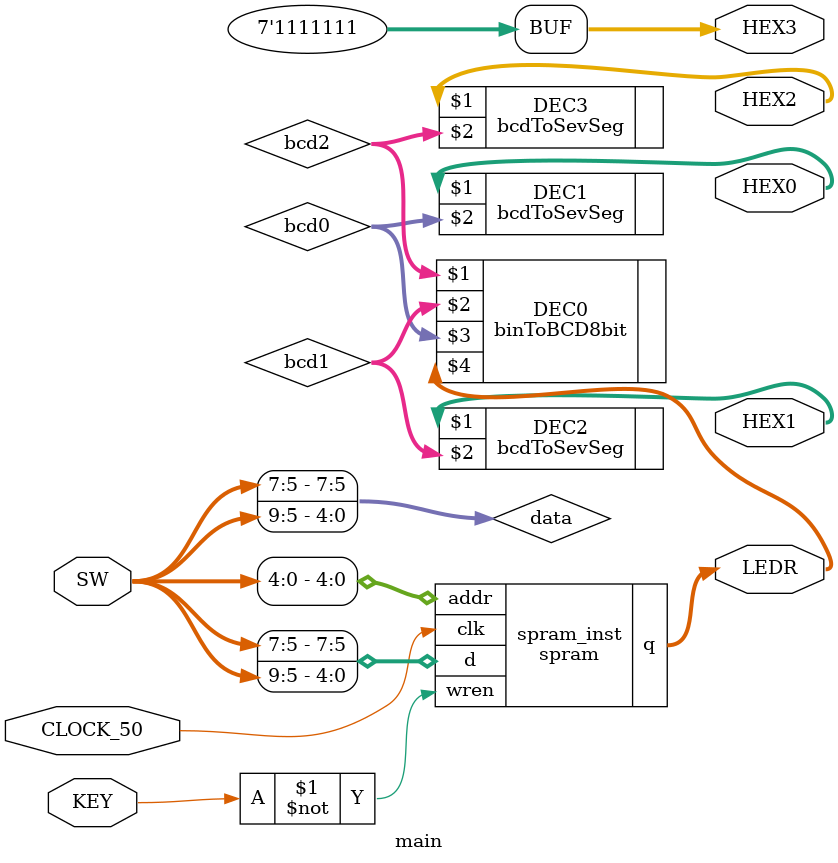
<source format=v>
module spram(q, addr, d, wren, clk);	// Check Chip planner to see an M4K used.
	output [7:0] q;
	input  [7:0] d;
	input  [4:0] addr;
	input  wren, clk;
	
	reg [7:0] ram [31:0];
	reg [4:0] addrLine;
	
	assign q = ram[addrLine];
	
	always @(posedge clk) begin
		addrLine = addr;
		if(wren)
			ram[addrLine] = d;
	end
endmodule

module main(HEX3, HEX2, HEX1, HEX0, LEDR, KEY, SW, CLOCK_50);
	output [6:0] HEX3, HEX2, HEX1, HEX0;
	output [7:0] LEDR;
	input  [3:3] KEY;
	input  [9:0] SW;
	input  CLOCK_50;
	
	wire  [7:0] data;
	wire  [3:0] bcd2, bcd1, bcd0;
	
	assign data = {SW[7:5], SW[9:5]};
	assign HEX3 = 7'h7F;
	
	spram	spram_inst (
		.addr ( SW[4:0] ),
		.clk ( CLOCK_50 ),
		.d ( data ),
		.wren ( ~KEY ),
		.q ( LEDR )
	);

	binToBCD8bit DEC0(bcd2, bcd1, bcd0, LEDR);
	bcdToSevSeg  DEC1(HEX0, bcd0);
	bcdToSevSeg  DEC2(HEX1, bcd1);
	bcdToSevSeg  DEC3(HEX2, bcd2);
endmodule

</source>
